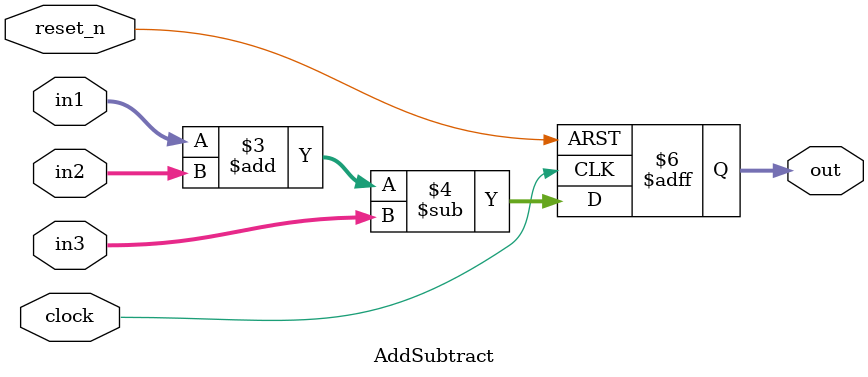
<source format=v>
`timescale 1ns / 1ps
module AddSubtract(
    input wire [num_bits_1-1:0] in1,
    input wire [num_bits_2-1:0] in2,
	 input wire [num_bits_2-1:0] in3,
	 input wire clock,
	 input wire reset_n,
    output reg [num_bits_1-1:0] out
	 );
	 
	initial
	begin
		out = 0;
	end
	 
	parameter num_bits_1=16;
	parameter num_bits_2=12;
	 
	always @(posedge clock or negedge reset_n)
	begin: add
		if(~reset_n)
			out = 0;
		else
			out = in1+in2-in3;
	end
endmodule

</source>
